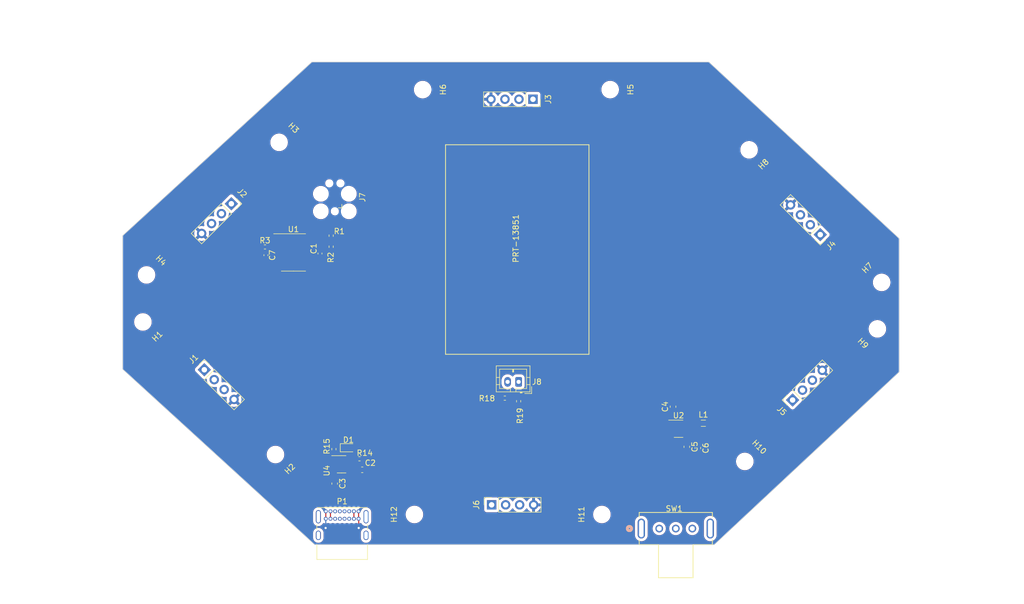
<source format=kicad_pcb>
(kicad_pcb (version 20240108) (generator "pcbnew") (generator_version "8.0")
  (layers (0 "F.Cu" signal) (31 "B.Cu" signal) (34 "B.Paste" user) (35 "F.Paste" user) (36 "B.SilkS" user "B.Silkscreen") (37 "F.SilkS" user "F.Silkscreen") (38 "B.Mask" user) (39 "F.Mask" user) (44 "Edge.Cuts" user))
  (net 0 "")
  (net 1 "VCC")
  (net 2 "GND")
  (net 3 "VBUS")
  (net 4 "/Power/VBAT")
  (net 5 "/SCL")
  (net 6 "/SDA")
  (net 9 "/MCU/SWDCLK")
  (net 10 "/MCU/SWDIO")
  (net 16 "Net-(R3-Pad2)")
  (net 26 "/Power/V_DISPLAY")
  (net 27 "/MCU/DNC_SPI_CLK")
  (net 28 "/Display/DISPLAY_DIN")
  (net 29 "Net-(R14-Pad1)")
  (net 30 "Net-(R15-Pad1)")
  (net 31 "Net-(D1-Pad1)")
  (net 33 "Net-(L1-Pad1)")
  (net 35 "Net-(J8-Pad1)")
  (net 36 "Net-(J8-Pad2)")
  (footprint "MountingHole:MountingHole_2.7mm" (layer "F.Cu") (at 209.56066 99.669087 135)
    (property "Reference" "H9" (at 0 -3.7 135) (layer "F.SilkS"))
    (property "Value" "MountingHole")
    (pad "" np_thru_hole circle (at 0 0 135) (size 2.7 2.7) (drill 2.7) (layers "*.Cu" "*.Mask"))
  )
  (footprint "" (layer "F.Cu") (at 100.404699 122.459572 45)
    (property "Reference" "" (at 0 0 45) (layer "F.SilkS") (effects (font (size 1.27 1.27))))
    (property "Value" "" (at 0 0 45) (layer "F.SilkS") (effects (font (size 1.27 1.27))))
    (pad "" np_thru_hole circle (at 0 0 45) (size 2.5 2.5) (drill 2.5) (layers "*.Cu" "*.Mask"))
  )
  (footprint "Inductor_SMD:L_0805_2012Metric" (layer "F.Cu") (at 178 116.78)
    (property "Reference" "L1" (at 0 -1.55 0) (layer "F.SilkS"))
    (property "Value" "10u")
    (fp_line (start -0.399622 -0.56) (end 0.399622 -0.56) (stroke (width 0.12)) (layer "F.SilkS"))
    (fp_line (start -0.399622 0.56) (end 0.399622 0.56) (stroke (width 0.12)) (layer "F.SilkS"))
    (pad "1" smd roundrect (at -1.0625 0) (size 0.875 1.2) (layers "F.Cu" "F.Paste" "F.Mask") (net 33 "Net-(L1-Pad1)"))
    (pad "2" smd roundrect (at 1.0625 0) (size 0.875 1.2) (layers "F.Cu" "F.Paste" "F.Mask") (net 1 "VCC"))
  )
  (footprint "Connector:Tag-Connect_TC2030-IDC-FP_2x03_P1.27mm_Vertical" (layer "F.Cu") (at 111.17 75.81 90)
    (property "Reference" "J7" (at 0 5 90) (layer "F.SilkS"))
    (property "Value" "TAG_CONNECT")
    (fp_line (start -1.27 1.27) (end -1.905 1.27) (stroke (width 0.12)) (layer "F.SilkS"))
    (fp_line (start -1.905 1.27) (end -1.905 0.635) (stroke (width 0.12)) (layer "F.SilkS"))
    (pad "" np_thru_hole circle (at -2.54 -2.54 90) (size 2.3749 2.3749) (drill 2.3749) (layers "*.Cu" "*.Mask"))
    (pad "" np_thru_hole circle (at -2.54 0 90) (size 0.9906 0.9906) (drill 0.9906) (layers "*.Cu" "*.Mask"))
    (pad "" np_thru_hole circle (at -2.54 2.54 90) (size 2.3749 2.3749) (drill 2.3749) (layers "*.Cu" "*.Mask"))
    (pad "" np_thru_hole circle (at 0.635 -2.54 90) (size 2.3749 2.3749) (drill 2.3749) (layers "*.Cu" "*.Mask"))
    (pad "" np_thru_hole circle (at 0.635 2.54 90) (size 2.3749 2.3749) (drill 2.3749) (layers "*.Cu" "*.Mask"))
    (pad "" np_thru_hole circle (at 2.54 -1.016 90) (size 0.9906 0.9906) (drill 0.9906) (layers "*.Cu" "*.Mask"))
    (pad "" np_thru_hole circle (at 2.54 1.016 90) (size 0.9906 0.9906) (drill 0.9906) (layers "*.Cu" "*.Mask"))
    (pad "1" connect circle (at -1.27 0.635 90) (size 0.7874 0.7874) (layers "F.Cu" "F.Mask") (net 1 "VCC"))
    (pad "2" connect circle (at -1.27 -0.635 90) (size 0.7874 0.7874) (layers "F.Cu" "F.Mask"))
    (pad "3" connect circle (at 0 0.635 90) (size 0.7874 0.7874) (layers "F.Cu" "F.Mask") (net 2 "GND"))
    (pad "4" connect circle (at 0 -0.635 90) (size 0.7874 0.7874) (layers "F.Cu" "F.Mask"))
    (pad "5" connect circle (at 1.27 0.635 90) (size 0.7874 0.7874) (layers "F.Cu" "F.Mask") (net 9 "/MCU/SWDCLK"))
    (pad "6" connect circle (at 1.27 -0.635 90) (size 0.7874 0.7874) (layers "F.Cu" "F.Mask") (net 10 "/MCU/SWDIO"))
    (zone (net 0) (net_name "") (layer "F.Cu") (connect_pads (clearance 0)) (min_thickness 0.254)
      (keepout (tracks allowed) (vias not_allowed) (pads allowed) (copperpour not_allowed) (footprints not_allowed))
      (fill (thermal_gap 0.508) (thermal_bridge_width 0.508))
      (polygon (pts (xy 110.535 74.54) (xy 110.535 77.08) (xy 111.805 77.08) (xy 111.805 74.54)))
    )
  )
  (footprint "MountingHole:MountingHole_2.7mm" (layer "F.Cu") (at 127.1 56.280001 -90)
    (property "Reference" "H6" (at 0 -3.7 -90) (layer "F.SilkS"))
    (property "Value" "MountingHole")
    (pad "" np_thru_hole circle (at 0 0 270) (size 2.7 2.7) (drill 2.7) (layers "*.Cu" "*.Mask"))
  )
  (footprint "Resistor_SMD:R_0402_1005Metric" (layer "F.Cu") (at 111 121.48 90)
    (property "Reference" "R15" (at 0.5 -1.2875 90) (layer "F.SilkS"))
    (property "Value" "2k")
    (fp_line (start -0.153641 -0.38) (end 0.153641 -0.38) (stroke (width 0.12)) (layer "F.SilkS"))
    (fp_line (start -0.153641 0.38) (end 0.153641 0.38) (stroke (width 0.12)) (layer "F.SilkS"))
    (pad "1" smd roundrect (at -0.51 0 90) (size 0.54 0.64) (layers "F.Cu" "F.Paste" "F.Mask") (net 30 "Net-(R15-Pad1)"))
    (pad "2" smd roundrect (at 0.51 0 90) (size 0.54 0.64) (layers "F.Cu" "F.Paste" "F.Mask") (net 31 "Net-(D1-Pad1)"))
  )
  (footprint "MountingHole:MountingHole_2.7mm" (layer "F.Cu") (at 185.519029 123.710718 -45)
    (property "Reference" "H10" (at 0 -3.7 -45) (layer "F.SilkS"))
    (property "Value" "MountingHole")
    (pad "" np_thru_hole circle (at 0 0 315) (size 2.7 2.7) (drill 2.7) (layers "*.Cu" "*.Mask"))
  )
  (footprint "MountingHole:MountingHole_2.7mm" (layer "F.Cu") (at 186.295301 67.200428 -135)
    (property "Reference" "H8" (at 0 -3.7 -135) (layer "F.SilkS"))
    (property "Value" "MountingHole")
    (pad "" np_thru_hole circle (at 0 0 225) (size 2.7 2.7) (drill 2.7) (layers "*.Cu" "*.Mask"))
  )
  (footprint "MountingHole:MountingHole_2.7mm" (layer "F.Cu") (at 101.062059 65.843068 -45)
    (property "Reference" "H3" (at 0 -3.7 -45) (layer "F.SilkS"))
    (property "Value" "MountingHole")
    (pad "" np_thru_hole circle (at 0 0 315) (size 2.7 2.7) (drill 2.7) (layers "*.Cu" "*.Mask"))
  )
  (footprint "Package_TO_SOT_SMD:SOT-23-5" (layer "F.Cu") (at 112.3875 124.23)
    (property "Reference" "U4" (at -2.6875 1.15 90) (layer "F.SilkS"))
    (property "Value" "MCP73832-2-OT")
    (fp_line (start 0 -1.56) (end -1.8 -1.56) (stroke (width 0.12)) (layer "F.SilkS"))
    (fp_line (start 0 -1.56) (end 0.8 -1.56) (stroke (width 0.12)) (layer "F.SilkS"))
    (fp_line (start 0 1.56) (end -0.8 1.56) (stroke (width 0.12)) (layer "F.SilkS"))
    (fp_line (start 0 1.56) (end 0.8 1.56) (stroke (width 0.12)) (layer "F.SilkS"))
    (pad "1" smd roundrect (at -1.1375 -0.95) (size 1.325 0.6) (layers "F.Cu" "F.Paste" "F.Mask") (net 30 "Net-(R15-Pad1)"))
    (pad "2" smd roundrect (at -1.1375 0) (size 1.325 0.6) (layers "F.Cu" "F.Paste" "F.Mask") (net 2 "GND"))
    (pad "3" smd roundrect (at -1.1375 0.95) (size 1.325 0.6) (layers "F.Cu" "F.Paste" "F.Mask") (net 4 "/Power/VBAT"))
    (pad "4" smd roundrect (at 1.1375 0.95) (size 1.325 0.6) (layers "F.Cu" "F.Paste" "F.Mask") (net 3 "VBUS"))
    (pad "5" smd roundrect (at 1.1375 -0.95) (size 1.325 0.6) (layers "F.Cu" "F.Paste" "F.Mask") (net 29 "Net-(R14-Pad1)"))
  )
  (footprint "Connector_PinSocket_2.54mm:PinSocket_1x04_P2.54mm_Vertical" (layer "F.Cu") (at 87.5 107.08 45)
    (property "Reference" "J1" (at 0 -2.77 45) (layer "F.SilkS"))
    (property "Value" "Conn_01x04_Male")
    (fp_line (start 0 -1.33) (end 1.33 -1.33) (stroke (width 0.12)) (layer "F.SilkS"))
    (fp_line (start -1.33 1.270001) (end 1.33 1.270001) (stroke (width 0.12)) (layer "F.SilkS"))
    (fp_line (start -1.33 1.270001) (end -1.33 8.95) (stroke (width 0.12)) (layer "F.SilkS"))
    (fp_line (start 1.33 -1.33) (end 1.33 0) (stroke (width 0.12)) (layer "F.SilkS"))
    (fp_line (start 1.33 1.270001) (end 1.33 8.95) (stroke (width 0.12)) (layer "F.SilkS"))
    (fp_line (start -1.33 8.95) (end 1.33 8.95) (stroke (width 0.12)) (layer "F.SilkS"))
    (pad "1" thru_hole rect (at 0 0 45) (size 1.7 1.7) (drill 1) (layers "*.Cu" "*.Mask") (net 1 "VCC"))
    (pad "2" thru_hole oval (at 0 2.54 45) (size 1.7 1.7) (drill 1) (layers "*.Cu" "*.Mask") (net 5 "/SCL"))
    (pad "3" thru_hole oval (at 0 5.079999 45) (size 1.7 1.7) (drill 1) (layers "*.Cu" "*.Mask") (net 6 "/SDA"))
    (pad "4" thru_hole oval (at 0 7.62 45) (size 1.7 1.7) (drill 1) (layers "*.Cu" "*.Mask") (net 2 "GND"))
  )
  (footprint "LED_SMD:LED_0603_1608Metric" (layer "F.Cu") (at 113.6375 121.23)
    (property "Reference" "D1" (at 0 -1.43 0) (layer "F.SilkS"))
    (property "Value" "LED")
    (fp_line (start -1.485 -0.735) (end -1.485 0.735) (stroke (width 0.12)) (layer "F.SilkS"))
    (fp_line (start -1.485 0.735) (end 0.8 0.735) (stroke (width 0.12)) (layer "F.SilkS"))
    (fp_line (start 0.8 -0.735) (end -1.485 -0.735) (stroke (width 0.12)) (layer "F.SilkS"))
    (pad "1" smd roundrect (at -0.7875 0) (size 0.875 0.95) (layers "F.Cu" "F.Paste" "F.Mask") (net 31 "Net-(D1-Pad1)"))
    (pad "2" smd roundrect (at 0.7875 0) (size 0.875 0.95) (layers "F.Cu" "F.Paste" "F.Mask") (net 3 "VBUS"))
  )
  (footprint "Resistor_SMD:R_0402_1005Metric" (layer "F.Cu") (at 110.5 82.77 -90)
    (property "Reference" "R1" (at -0.794874 -1.483351 0) (layer "F.SilkS"))
    (property "Value" "4.7k")
    (fp_line (start -0.153641 0.38) (end 0.153641 0.38) (stroke (width 0.12)) (layer "F.SilkS"))
    (fp_line (start -0.153641 -0.38) (end 0.153641 -0.38) (stroke (width 0.12)) (layer "F.SilkS"))
    (pad "1" smd roundrect (at -0.51 0 270) (size 0.54 0.64) (layers "F.Cu" "F.Paste" "F.Mask") (net 1 "VCC"))
    (pad "2" smd roundrect (at 0.51 0 270) (size 0.54 0.64) (layers "F.Cu" "F.Paste" "F.Mask") (net 6 "/SDA"))
  )
  (footprint "" (layer "F.Cu") (at 210.336932 91.242059 -135)
    (property "Reference" "" (at 0 0 45) (layer "F.SilkS") (effects (font (size 1.27 1.27))))
    (property "Value" "" (at 0 0 45) (layer "F.SilkS") (effects (font (size 1.27 1.27))))
    (pad "" np_thru_hole circle (at 0 0 225) (size 2.5 2.5) (drill 2.5) (layers "*.Cu" "*.Mask"))
  )
  (footprint "" (layer "F.Cu") (at 127.1 56.280001 -90)
    (property "Reference" "" (at 0 0 90) (layer "F.SilkS") (effects (font (size 1.27 1.27))))
    (property "Value" "" (at 0 0 90) (layer "F.SilkS") (effects (font (size 1.27 1.27))))
    (pad "" np_thru_hole circle (at 0 0 270) (size 2.5 2.5) (drill 2.5) (layers "*.Cu" "*.Mask"))
  )
  (footprint "MountingHole:MountingHole_2.7mm" (layer "F.Cu") (at 161.100001 56.280001 -90)
    (property "Reference" "H5" (at 0 -3.7 -90) (layer "F.SilkS"))
    (property "Value" "MountingHole")
    (pad "" np_thru_hole circle (at 0 0 270) (size 2.7 2.7) (drill 2.7) (layers "*.Cu" "*.Mask"))
  )
  (footprint "Connector_JST:JST_PH_B2B-PH-K_1x02_P2.00mm_Vertical" (layer "F.Cu") (at 144.5 109.28 180)
    (property "Reference" "J8" (at -3.3 0 0) (layer "F.SilkS"))
    (property "Value" "Conn_01x02_Male")
    (fp_line (start 4.06 2.91) (end 4.06 -1.81) (stroke (width 0.12)) (layer "F.SilkS"))
    (fp_line (start 4.06 0.8) (end 3.45 0.8) (stroke (width 0.12)) (layer "F.SilkS"))
    (fp_line (start 4.06 -0.5) (end 3.45 -0.5) (stroke (width 0.12)) (layer "F.SilkS"))
    (fp_line (start 4.06 -1.81) (end -2.06 -1.81) (stroke (width 0.12)) (layer "F.SilkS"))
    (fp_line (start 3.45 2.3) (end 3.45 -1.2) (stroke (width 0.12)) (layer "F.SilkS"))
    (fp_line (start 3.45 -1.2) (end 1.5 -1.2) (stroke (width 0.12)) (layer "F.SilkS"))
    (fp_line (start 1.5 -1.2) (end 1.5 -1.81) (stroke (width 0.12)) (layer "F.SilkS"))
    (fp_line (start 1.1 1.8) (end 1.1 2.3) (stroke (width 0.12)) (layer "F.SilkS"))
    (fp_line (start 1 2.3) (end 1 1.8) (stroke (width 0.12)) (layer "F.SilkS"))
    (fp_line (start 0.9 2.3) (end 0.9 1.8) (stroke (width 0.12)) (layer "F.SilkS"))
    (fp_line (start 0.9 1.8) (end 1.1 1.8) (stroke (width 0.12)) (layer "F.SilkS"))
    (fp_line (start 0.5 -1.2) (end -1.45 -1.2) (stroke (width 0.12)) (layer "F.SilkS"))
    (fp_line (start 0.5 -1.81) (end 0.5 -1.2) (stroke (width 0.12)) (layer "F.SilkS"))
    (fp_line (start -0.3 -1.81) (end -0.3 -2.01) (stroke (width 0.12)) (layer "F.SilkS"))
    (fp_line (start -0.3 -1.91) (end -0.6 -1.91) (stroke (width 0.12)) (layer "F.SilkS"))
    (fp_line (start -0.3 -2.01) (end -0.6 -2.01) (stroke (width 0.12)) (layer "F.SilkS"))
    (fp_line (start -0.6 -2.01) (end -0.6 -1.81) (stroke (width 0.12)) (layer "F.SilkS"))
    (fp_line (start -1.11 -2.11) (end -2.36 -2.11) (stroke (width 0.12)) (layer "F.SilkS"))
    (fp_line (start -1.45 2.3) (end 3.45 2.3) (stroke (width 0.12)) (layer "F.SilkS"))
    (fp_line (start -1.45 -1.2) (end -1.45 2.3) (stroke (width 0.12)) (layer "F.SilkS"))
    (fp_line (start -2.06 2.91) (end 4.06 2.91) (stroke (width 0.12)) (layer "F.SilkS"))
    (fp_line (start -2.06 0.8) (end -1.45 0.8) (stroke (width 0.12)) (layer "F.SilkS"))
    (fp_line (start -2.06 -0.5) (end -1.45 -0.5) (stroke (width 0.12)) (layer "F.SilkS"))
    (fp_line (start -2.06 -1.81) (end -2.06 2.91) (stroke (width 0.12)) (layer "F.SilkS"))
    (fp_line (start -2.36 -2.11) (end -2.36 -0.86) (stroke (width 0.12)) (layer "F.SilkS"))
    (pad "1" thru_hole roundrect (at 0 0 180) (size 1.2 1.75) (drill 0.75) (layers "*.Cu" "*.Mask") (roundrect_rratio 0.208333) (net 35 "Net-(J8-Pad1)"))
    (pad "2" thru_hole oval (at 2 0 180) (size 1.2 1.75) (drill 0.75) (layers "*.Cu" "*.Mask") (net 36 "Net-(J8-Pad2)"))
  )
  (footprint "MountingHole:MountingHole_2.7mm" (layer "F.Cu") (at 76.363068 98.417941 -135)
    (property "Reference" "H1" (at 0 -3.7 -135) (layer "F.SilkS"))
    (property "Value" "MountingHole")
    (pad "" np_thru_hole circle (at 0 0 225) (size 2.7 2.7) (drill 2.7) (layers "*.Cu" "*.Mask"))
  )
  (footprint "Connector_PinSocket_2.54mm:PinSocket_1x04_P2.54mm_Vertical" (layer "F.Cu") (at 92.4 76.98 -45)
    (property "Reference" "J2" (at 0 -2.77 135) (layer "F.SilkS"))
    (property "Value" "Conn_01x04_Male")
    (fp_line (start -1.33 8.95) (end 1.33 8.95) (stroke (width 0.12)) (layer "F.SilkS"))
    (fp_line (start -1.33 1.270001) (end -1.33 8.95) (stroke (width 0.12)) (layer "F.SilkS"))
    (fp_line (start -1.33 1.270001) (end 1.33 1.270001) (stroke (width 0.12)) (layer "F.SilkS"))
    (fp_line (start 1.33 1.270001) (end 1.33 8.95) (stroke (width 0.12)) (layer "F.SilkS"))
    (fp_line (start 0 -1.33) (end 1.33 -1.33) (stroke (width 0.12)) (layer "F.SilkS"))
    (fp_line (start 1.33 -1.33) (end 1.33 0) (stroke (width 0.12)) (layer "F.SilkS"))
    (pad "1" thru_hole rect (at 0 0 315) (size 1.7 1.7) (drill 1) (layers "*.Cu" "*.Mask") (net 1 "VCC"))
    (pad "2" thru_hole oval (at 0 2.54 315) (size 1.7 1.7) (drill 1) (layers "*.Cu" "*.Mask") (net 5 "/SCL"))
    (pad "3" thru_hole oval (at 0 5.079999 315) (size 1.7 1.7) (drill 1) (layers "*.Cu" "*.Mask") (net 6 "/SDA"))
    (pad "4" thru_hole oval (at 0 7.62 315) (size 1.7 1.7) (drill 1) (layers "*.Cu" "*.Mask") (net 2 "GND"))
  )
  (footprint "MountingHole:MountingHole_2.7mm" (layer "F.Cu") (at 100.404699 122.459572 -135)
    (property "Reference" "H2" (at 0 -3.7 -135) (layer "F.SilkS"))
    (property "Value" "MountingHole")
    (pad "" np_thru_hole circle (at 0 0 225) (size 2.7 2.7) (drill 2.7) (layers "*.Cu" "*.Mask"))
  )
  (footprint "Capacitor_SMD:C_0603_1608Metric" (layer "F.Cu") (at 175 121.055 -90)
    (property "Reference" "C5" (at 0 -1.43 90) (layer "F.SilkS"))
    (property "Value" "4.7u")
    (fp_line (start -0.14058 0.51) (end 0.14058 0.51) (stroke (width 0.12)) (layer "F.SilkS"))
    (fp_line (start -0.14058 -0.51) (end 0.14058 -0.51) (stroke (width 0.12)) (layer "F.SilkS"))
    (pad "1" smd roundrect (at -0.775 0 270) (size 0.9 0.95) (layers "F.Cu" "F.Paste" "F.Mask") (net 1 "VCC"))
    (pad "2" smd roundrect (at 0.775 0 270) (size 0.9 0.95) (layers "F.Cu" "F.Paste" "F.Mask") (net 2 "GND"))
  )
  (footprint "Library:EG1206A_EWI" (layer "F.Cu") (at 170 135.88)
    (property "Reference" "SW1" (at 2.7 -3.6 0) (layer "F.SilkS"))
    (property "Value" "EG1206A")
    (fp_circle (center -5.407401 0) (end -5.026401 0) (stroke (width 0.508)) (fill none) (layer "B.SilkS"))
    (fp_line (start -3.629401 -2.921) (end -3.629401 -2.060814) (stroke (width 0.1524)) (layer "F.SilkS"))
    (fp_line (start -3.629401 2.060814) (end -3.629401 2.921) (stroke (width 0.1524)) (layer "F.SilkS"))
    (fp_line (start -3.629401 2.921) (end -0.129601 2.921) (stroke (width 0.1524)) (layer "F.SilkS"))
    (fp_line (start -0.129601 2.921) (end -0.129601 8.9154) (stroke (width 0.1524)) (layer "F.SilkS"))
    (fp_line (start -0.129601 8.9154) (end 6.129599 8.9154) (stroke (width 0.1524)) (layer "F.SilkS"))
    (fp_line (start 6.129599 2.921) (end 9.629399 2.921) (stroke (width 0.1524)) (layer "F.SilkS"))
    (fp_line (start 6.129599 8.9154) (end 6.129599 2.921) (stroke (width 0.1524)) (layer "F.SilkS"))
    (fp_line (start 9.629399 -2.921) (end -3.629401 -2.921) (stroke (width 0.1524)) (layer "F.SilkS"))
    (fp_line (start 9.629399 -2.060814) (end 9.629399 -2.921) (stroke (width 0.1524)) (layer "F.SilkS"))
    (fp_line (start 9.629399 2.921) (end 9.629399 2.060814) (stroke (width 0.1524)) (layer "F.SilkS"))
    (fp_circle (center -5.407401 0) (end -5.026401 0) (stroke (width 0.508)) (fill none) (layer "F.SilkS"))
    (pad "" np_thru_hole circle (at -3.250001 1.143) (size 0.8128 0.8128) (drill 0.8128) (layers "*.Cu" "*.Mask"))
    (pad "" np_thru_hole circle (at 9.249999 -1.143) (size 0.8128 0.8128) (drill 0.8128) (layers "*.Cu" "*.Mask"))
    (pad "" np_thru_hole circle (at 9.249999 1.143) (size 0.8128 0.8128) (drill 0.8128) (layers "*.Cu" "*.Mask"))
    (pad "1" thru_hole circle (at 0 0) (size 1.397 1.397) (drill 0.889) (layers "*.Cu" "*.Mask") (net 4 "/Power/VBAT"))
    (pad "2" thru_hole circle (at 2.999999 0) (size 1.397 1.397) (drill 0.889) (layers "*.Cu" "*.Mask") (net 26 "/Power/V_DISPLAY"))
    (pad "3" thru_hole circle (at 5.999998 0) (size 1.397 1.397) (drill 0.889) (layers "*.Cu" "*.Mask"))
    (pad "4" thru_hole oval (at -3.250001 0) (size 1.3208 3.6068) (drill oval 0.8128 3.1) (layers "*.Cu" "*.Mask"))
    (pad "5" thru_hole oval (at 9.249999 0) (size 1.3208 3.6068) (drill oval 0.8128 3.1) (layers "*.Cu" "*.Mask"))
  )
  (footprint "Resistor_SMD:R_0402_1005Metric" (layer "F.Cu") (at 144.5 112.79 -90)
    (property "Reference" "R19" (at 2.65 -0.25 90) (layer "F.SilkS"))
    (property "Value" "0")
    (fp_line (start -0.153641 0.38) (end 0.153641 0.38) (stroke (width 0.12)) (layer "F.SilkS"))
    (fp_line (start -0.153641 -0.38) (end 0.153641 -0.38) (stroke (width 0.12)) (layer "F.SilkS"))
    (pad "1" smd roundrect (at -0.51 0 270) (size 0.54 0.64) (layers "F.Cu" "F.Paste" "F.Mask") (net 35 "Net-(J8-Pad1)"))
    (pad "2" smd roundrect (at 0.51 0 270) (size 0.54 0.64) (layers "F.Cu" "F.Paste" "F.Mask") (net 4 "/Power/VBAT"))
  )
  (footprint "Resistor_SMD:R_0402_1005Metric" (layer "F.Cu") (at 142 112.23)
    (property "Reference" "R18" (at -3.25 0.05 0) (layer "F.SilkS"))
    (property "Value" "0")
    (fp_line (start -0.153641 -0.38) (end 0.153641 -0.38) (stroke (width 0.12)) (layer "F.SilkS"))
    (fp_line (start -0.153641 0.38) (end 0.153641 0.38) (stroke (width 0.12)) (layer "F.SilkS"))
    (pad "1" smd roundrect (at -0.51 0) (size 0.54 0.64) (layers "F.Cu" "F.Paste" "F.Mask") (net 2 "GND"))
    (pad "2" smd roundrect (at 0.51 0) (size 0.54 0.64) (layers "F.Cu" "F.Paste" "F.Mask") (net 36 "Net-(J8-Pad2)"))
  )
  (footprint "Resistor_SMD:R_0402_1005Metric" (layer "F.Cu") (at 98.5 84.81)
    (property "Reference" "R3" (at 0 -1.17 0) (layer "F.SilkS"))
    (property "Value" "10k")
    (fp_line (start -0.153641 -0.38) (end 0.153641 -0.38) (stroke (width 0.12)) (layer "F.SilkS"))
    (fp_line (start -0.153641 0.38) (end 0.153641 0.38) (stroke (width 0.12)) (layer "F.SilkS"))
    (pad "1" smd roundrect (at -0.51 0) (size 0.54 0.64) (layers "F.Cu" "F.Paste" "F.Mask") (net 1 "VCC"))
    (pad "2" smd roundrect (at 0.51 0) (size 0.54 0.64) (layers "F.Cu" "F.Paste" "F.Mask") (net 16 "Net-(R3-Pad2)"))
  )
  (footprint "Capacitor_SMD:C_0603_1608Metric" (layer "F.Cu") (at 111.1375 127.73 -90)
    (property "Reference" "C3" (at 0 -1.43 90) (layer "F.SilkS"))
    (property "Value" "4.7u")
    (fp_line (start -0.14058 0.51) (end 0.14058 0.51) (stroke (width 0.12)) (layer "F.SilkS"))
    (fp_line (start -0.14058 -0.51) (end 0.14058 -0.51) (stroke (width 0.12)) (layer "F.SilkS"))
    (pad "1" smd roundrect (at -0.775 0 270) (size 0.9 0.95) (layers "F.Cu" "F.Paste" "F.Mask") (net 4 "/Power/VBAT"))
    (pad "2" smd roundrect (at 0.775 0 270) (size 0.9 0.95) (layers "F.Cu" "F.Paste" "F.Mask") (net 2 "GND"))
  )
  (footprint "" (layer "F.Cu") (at 185.519029 123.710718 135)
    (property "Reference" "" (at 0 0 135) (layer "F.SilkS") (effects (font (size 1.27 1.27))))
    (property "Value" "" (at 0 0 135) (layer "F.SilkS") (effects (font (size 1.27 1.27))))
    (pad "" np_thru_hole circle (at 0 0 135) (size 2.5 2.5) (drill 2.5) (layers "*.Cu" "*.Mask"))
  )
  (footprint "Connector_PinSocket_2.54mm:PinSocket_1x04_P2.54mm_Vertical" (layer "F.Cu") (at 199.2 82.58 -135)
    (property "Reference" "J4" (at 0 -2.77 45) (layer "F.SilkS"))
    (property "Value" "Conn_01x04_Male")
    (fp_line (start -1.33 8.95) (end 1.33 8.95) (stroke (width 0.12)) (layer "F.SilkS"))
    (fp_line (start 1.33 1.270001) (end 1.33 8.95) (stroke (width 0.12)) (layer "F.SilkS"))
    (fp_line (start 1.33 -1.33) (end 1.33 0) (stroke (width 0.12)) (layer "F.SilkS"))
    (fp_line (start -1.33 1.270001) (end -1.33 8.95) (stroke (width 0.12)) (layer "F.SilkS"))
    (fp_line (start -1.33 1.270001) (end 1.33 1.270001) (stroke (width 0.12)) (layer "F.SilkS"))
    (fp_line (start 0 -1.33) (end 1.33 -1.33) (stroke (width 0.12)) (layer "F.SilkS"))
    (pad "1" thru_hole rect (at 0 0 225) (size 1.7 1.7) (drill 1) (layers "*.Cu" "*.Mask") (net 1 "VCC"))
    (pad "2" thru_hole oval (at 0 2.54 225) (size 1.7 1.7) (drill 1) (layers "*.Cu" "*.Mask") (net 5 "/SCL"))
    (pad "3" thru_hole oval (at 0 5.079999 225) (size 1.7 1.7) (drill 1) (layers "*.Cu" "*.Mask") (net 6 "/SDA"))
    (pad "4" thru_hole oval (at 0 7.62 225) (size 1.7 1.7) (drill 1) (layers "*.Cu" "*.Mask") (net 2 "GND"))
  )
  (footprint "Package_TO_SOT_SMD:TSOT-23-5" (layer "F.Cu") (at 173.5 117.78)
    (property "Reference" "U2" (at 0 -2.4 0) (layer "F.SilkS"))
    (property "Value" "LM3670MF-3.3")
    (fp_line (start 0 -1.56) (end -1.8 -1.56) (stroke (width 0.12)) (layer "F.SilkS"))
    (fp_line (start 0 -1.56) (end 0.8 -1.56) (stroke (width 0.12)) (layer "F.SilkS"))
    (fp_line (start 0 1.56) (end -0.8 1.56) (stroke (width 0.12)) (layer "F.SilkS"))
    (fp_line (start 0 1.56) (end 0.8 1.56) (stroke (width 0.12)) (layer "F.SilkS"))
    (pad "1" smd roundrect (at -1.1375 -0.95) (size 1.325 0.6) (layers "F.Cu" "F.Paste" "F.Mask") (net 26 "/Power/V_DISPLAY"))
    (pad "2" smd roundrect (at -1.1375 0) (size 1.325 0.6) (layers "F.Cu" "F.Paste" "F.Mask") (net 2 "GND"))
    (pad "3" smd roundrect (at -1.1375 0.95) (size 1.325 0.6) (layers "F.Cu" "F.Paste" "F.Mask") (net 26 "/Power/V_DISPLAY"))
    (pad "4" smd roundrect (at 1.1375 0.95) (size 1.325 0.6) (layers "F.Cu" "F.Paste" "F.Mask") (net 1 "VCC"))
    (pad "5" smd roundrect (at 1.1375 -0.95) (size 1.325 0.6) (layers "F.Cu" "F.Paste" "F.Mask") (net 33 "Net-(L1-Pad1)"))
  )
  (footprint "Package_SO:TSSOP-20_4.4x6.5mm_P0.65mm" (layer "F.Cu") (at 103.67 85.81)
    (property "Reference" "U1" (at 0 -4.2 0) (layer "F.SilkS"))
    (property "Value" "STM32F030F4Px")
    (fp_line (start 0 -3.385) (end -3.6 -3.385) (stroke (width 0.12)) (layer "F.SilkS"))
    (fp_line (start 0 -3.385) (end 2.2 -3.385) (stroke (width 0.12)) (layer "F.SilkS"))
    (fp_line (start 0 3.385) (end -2.2 3.385) (stroke (width 0.12)) (layer "F.SilkS"))
    (fp_line (start 0 3.385) (end 2.2 3.385) (stroke (width 0.12)) (layer "F.SilkS"))
    (pad "1" smd roundrect (at -2.8625 -2.925) (size 1.475 0.4) (layers "F.Cu" "F.Paste" "F.Mask"))
    (pad "2" smd roundrect (at -2.8625 -2.275) (size 1.475 0.4) (layers "F.Cu" "F.Paste" "F.Mask"))
    (pad "3" smd roundrect (at -2.8625 -1.625) (size 1.475 0.4) (layers "F.Cu" "F.Paste" "F.Mask"))
    (pad "4" smd roundrect (at -2.8625 -0.975) (size 1.475 0.4) (layers "F.Cu" "F.Paste" "F.Mask") (net 16 "Net-(R3-Pad2)"))
    (pad "5" smd roundrect (at -2.8625 -0.325) (size 1.475 0.4) (layers "F.Cu" "F.Paste" "F.Mask") (net 1 "VCC"))
    (pad "6" smd roundrect (at -2.8625 0.325) (size 1.475 0.4) (layers "F.Cu" "F.Paste" "F.Mask"))
    (pad "7" smd roundrect (at -2.8625 0.975) (size 1.475 0.4) (layers "F.Cu" "F.Paste" "F.Mask"))
    (pad "8" smd roundrect (at -2.8625 1.625) (size 1.475 0.4) (layers "F.Cu" "F.Paste" "F.Mask"))
    (pad "9" smd roundrect (at -2.8625 2.275) (size 1.475 0.4) (layers "F.Cu" "F.Paste" "F.Mask"))
    (pad "10" smd roundrect (at -2.8625 2.925) (size 1.475 0.4) (layers "F.Cu" "F.Paste" "F.Mask"))
    (pad "11" smd roundrect (at 2.8625 2.925) (size 1.475 0.4) (layers "F.Cu" "F.Paste" "F.Mask") (net 27 "/MCU/DNC_SPI_CLK"))
    (pad "12" smd roundrect (at 2.8625 2.275) (size 1.475 0.4) (layers "F.Cu" "F.Paste" "F.Mask"))
    (pad "13" smd roundrect (at 2.8625 1.625) (size 1.475 0.4) (layers "F.Cu" "F.Paste" "F.Mask") (net 28 "/Display/DISPLAY_DIN"))
    (pad "14" smd roundrect (at 2.8625 0.975) (size 1.475 0.4) (layers "F.Cu" "F.Paste" "F.Mask"))
    (pad "15" smd roundrect (at 2.8625 0.325) (size 1.475 0.4) (layers "F.Cu" "F.Paste" "F.Mask") (net 2 "GND"))
    (pad "16" smd roundrect (at 2.8625 -0.325) (size 1.475 0.4) (layers "F.Cu" "F.Paste" "F.Mask") (net 1 "VCC"))
    (pad "17" smd roundrect (at 2.8625 -0.975) (size 1.475 0.4) (layers "F.Cu" "F.Paste" "F.Mask") (net 5 "/SCL"))
    (pad "18" smd roundrect (at 2.8625 -1.625) (size 1.475 0.4) (layers "F.Cu" "F.Paste" "F.Mask") (net 6 "/SDA"))
    (pad "19" smd roundrect (at 2.8625 -2.275) (size 1.475 0.4) (layers "F.Cu" "F.Paste" "F.Mask") (net 10 "/MCU/SWDIO"))
    (pad "20" smd roundrect (at 2.8625 -2.925) (size 1.475 0.4) (layers "F.Cu" "F.Paste" "F.Mask") (net 9 "/MCU/SWDCLK"))
  )
  (footprint "" (layer "F.Cu") (at 161.100001 56.280001 -90)
    (property "Reference" "" (at 0 0 90) (layer "F.SilkS") (effects (font (size 1.27 1.27))))
    (property "Value" "" (at 0 0 90) (layer "F.SilkS") (effects (font (size 1.27 1.27))))
    (pad "" np_thru_hole circle (at 0 0 270) (size 2.5 2.5) (drill 2.5) (layers "*.Cu" "*.Mask"))
  )
  (footprint "MountingHole:MountingHole_2.7mm" (layer "F.Cu") (at 159.6 133.329999 90)
    (property "Reference" "H11" (at 0 -3.7 90) (layer "F.SilkS"))
    (property "Value" "MountingHole")
    (pad "" np_thru_hole circle (at 0 0 90) (size 2.7 2.7) (drill 2.7) (layers "*.Cu" "*.Mask"))
  )
  (footprint "" (layer "F.Cu") (at 125.599999 133.329999 90)
    (property "Reference" "" (at 0 0 90) (layer "F.SilkS") (effects (font (size 1.27 1.27))))
    (property "Value" "" (at 0 0 90) (layer "F.SilkS") (effects (font (size 1.27 1.27))))
    (pad "" np_thru_hole circle (at 0 0 90) (size 2.5 2.5) (drill 2.5) (layers "*.Cu" "*.Mask"))
  )
  (footprint "MountingHole:MountingHole_2.7mm" (layer "F.Cu") (at 125.599999 133.329999 90)
    (property "Reference" "H12" (at 0 -3.7 90) (layer "F.SilkS"))
    (property "Value" "MountingHole")
    (pad "" np_thru_hole circle (at 0 0 90) (size 2.7 2.7) (drill 2.7) (layers "*.Cu" "*.Mask"))
  )
  (footprint "MountingHole:MountingHole_2.7mm" (layer "F.Cu") (at 77.020428 89.884699 -45)
    (property "Reference" "H4" (at 0 -3.7 -45) (layer "F.SilkS"))
    (property "Value" "MountingHole")
    (pad "" np_thru_hole circle (at 0 0 315) (size 2.7 2.7) (drill 2.7) (layers "*.Cu" "*.Mask"))
  )
  (footprint "Capacitor_SMD:C_0603_1608Metric" (layer "F.Cu") (at 172.5 113.78 90)
    (property "Reference" "C4" (at 0 -1.43 90) (layer "F.SilkS"))
    (property "Value" "4.7u")
    (fp_line (start -0.14058 -0.51) (end 0.14058 -0.51) (stroke (width 0.12)) (layer "F.SilkS"))
    (fp_line (start -0.14058 0.51) (end 0.14058 0.51) (stroke (width 0.12)) (layer "F.SilkS"))
    (pad "1" smd roundrect (at -0.775 0 90) (size 0.9 0.95) (layers "F.Cu" "F.Paste" "F.Mask") (net 26 "/Power/V_DISPLAY"))
    (pad "2" smd roundrect (at 0.775 0 90) (size 0.9 0.95) (layers "F.Cu" "F.Paste" "F.Mask") (net 2 "GND"))
  )
  (footprint "" (layer "F.Cu") (at 209.56066 99.669087 135)
    (property "Reference" "" (at 0 0 135) (layer "F.SilkS") (effects (font (size 1.27 1.27))))
    (property "Value" "" (at 0 0 135) (layer "F.SilkS") (effects (font (size 1.27 1.27))))
    (pad "" np_thru_hole circle (at 0 0 135) (size 2.5 2.5) (drill 2.5) (layers "*.Cu" "*.Mask"))
  )
  (footprint "" (layer "F.Cu") (at 101.062059 65.843068 -45)
    (property "Reference" "" (at 0 0 135) (layer "F.SilkS") (effects (font (size 1.27 1.27))))
    (property "Value" "" (at 0 0 135) (layer "F.SilkS") (effects (font (size 1.27 1.27))))
    (pad "" np_thru_hole circle (at 0 0 315) (size 2.5 2.5) (drill 2.5) (layers "*.Cu" "*.Mask"))
  )
  (footprint "Capacitor_SMD:C_0402_1005Metric" (layer "F.Cu") (at 98.67 86.31 -90)
    (property "Reference" "C7" (at 0 -1.16 90) (layer "F.SilkS"))
    (property "Value" "0.1u")
    (fp_line (start -0.107836 0.36) (end 0.107836 0.36) (stroke (width 0.12)) (layer "F.SilkS"))
    (fp_line (start -0.107836 -0.36) (end 0.107836 -0.36) (stroke (width 0.12)) (layer "F.SilkS"))
    (pad "1" smd roundrect (at -0.48 0 270) (size 0.56 0.62) (layers "F.Cu" "F.Paste" "F.Mask") (net 1 "VCC"))
    (pad "2" smd roundrect (at 0.48 0 270) (size 0.56 0.62) (layers "F.Cu" "F.Paste" "F.Mask") (net 2 "GND"))
  )
  (footprint "Capacitor_SMD:C_0603_1608Metric" (layer "F.Cu") (at 116.1375 125.23)
    (property "Reference" "C2" (at 1.4625 -1.25 0) (layer "F.SilkS"))
    (property "Value" "4.7u")
    (fp_line (start -0.14058 -0.51) (end 0.14058 -0.51) (stroke (width 0.12)) (layer "F.SilkS"))
    (fp_line (start -0.14058 0.51) (end 0.14058 0.51) (stroke (width 0.12)) (layer "F.SilkS"))
    (pad "1" smd roundrect (at -0.775 0) (size 0.9 0.95) (layers "F.Cu" "F.Paste" "F.Mask") (net 3 "VBUS"))
    (pad "2" smd roundrect (at 0.775 0) (size 0.9 0.95) (layers "F.Cu" "F.Paste" "F.Mask") (net 2 "GND"))
  )
  (footprint "Connector_USB:USB_C_Receptacle_GCT_USB4085" (layer "F.Cu") (at 109.525 132.755)
    (property "Reference" "P1" (at 2.975 -1.8 0) (layer "F.SilkS"))
    (property "Value" "USB_C_Plug_USB2.0")
    (fp_line (start -1.62 2.4) (end -1.62 3.3) (stroke (width 0.12)) (layer "F.SilkS"))
    (fp_line (start -1.62 6) (end -1.62 8.73) (stroke (width 0.12)) (layer "F.SilkS"))
    (fp_line (start -1.62 8.73) (end 7.57 8.73) (stroke (width 0.12)) (layer "F.SilkS"))
    (fp_line (start -1.5 -0.68) (end 7.45 -0.68) (stroke (width 0.12)) (layer "F.SilkS"))
    (fp_line (start 7.57 2.4) (end 7.57 3.3) (stroke (width 0.12)) (layer "F.SilkS"))
    (fp_line (start 7.57 6) (end 7.57 8.73) (stroke (width 0.12)) (layer "F.SilkS"))
    (pad "A1" thru_hole circle (at 0 0) (size 0.7 0.7) (drill 0.4) (layers "*.Cu" "*.Mask") (net 2 "GND"))
    (pad "A4" thru_hole circle (at 0.85 0) (size 0.7 0.7) (drill 0.4) (layers "*.Cu" "*.Mask") (net 3 "VBUS"))
    (pad "A5" thru_hole circle (at 1.7 0) (size 0.7 0.7) (drill 0.4) (layers "*.Cu" "*.Mask"))
    (pad "A6" thru_hole circle (at 2.55 0) (size 0.7 0.7) (drill 0.4) (layers "*.Cu" "*.Mask"))
    (pad "A7" thru_hole circle (at 3.4 0) (size 0.7 0.7) (drill 0.4) (layers "*.Cu" "*.Mask"))
    (pad "A8" thru_hole circle (at 4.25 0) (size 0.7 0.7) (drill 0.4) (layers "*.Cu" "*.Mask"))
    (pad "A9" thru_hole circle (at 5.1 0) (size 0.7 0.7) (drill 0.4) (layers "*.Cu" "*.Mask") (net 3 "VBUS"))
    (pad "A12" thru_hole circle (at 5.95 0) (size 0.7 0.7) (drill 0.4) (layers "*.Cu" "*.Mask") (net 2 "GND"))
    (pad "B1" thru_hole circle (at 5.95 1.35) (size 0.7 0.7) (drill 0.4) (layers "*.Cu" "*.Mask") (net 2 "GND"))
    (pad "B4" thru_hole circle (at 5.1 1.35) (size 0.7 0.7) (drill 0.4) (layers "*.Cu" "*.Mask") (net 3 "VBUS"))
    (pad "B5" thru_hole circle (at 4.25 1.35) (size 0.7 0.7) (drill 0.4) (layers "*.Cu" "*.Mask"))
    (pad "B6" thru_hole circle (at 3.4 1.35) (size 0.7 0.7) (drill 0.4) (layers "*.Cu" "*.Mask"))
    (pad "B7" thru_hole circle (at 2.55 1.35) (size 0.7 0.7) (drill 0.4) (layers "*.Cu" "*.Mask"))
    (pad "B8" thru_hole circle (at 1.7 1.35) (size 0.7 0.7) (drill 0.4) (layers "*.Cu" "*.Mask"))
    (pad "B9" thru_hole circle (at 0.85 1.35) (size 0.7 0.7) (drill 0.4) (layers "*.Cu" "*.Mask") (net 3 "VBUS"))
    (pad "B12" thru_hole circle (at 0 1.35) (size 0.7 0.7) (drill 0.4) (layers "*.Cu" "*.Mask") (net 2 "GND"))
    (pad "S1" thru_hole oval (at -1.35 0.98) (size 0.9 2.4) (drill oval 0.6 2.1) (layers "*.Cu" "*.Mask"))
    (pad "S1" thru_hole oval (at -1.35 4.36) (size 0.9 1.7) (drill oval 0.6 1.4) (layers "*.Cu" "*.Mask"))
    (pad "S1" thru_hole oval (at 7.3 0.98) (size 0.9 2.4) (drill oval 0.6 2.1) (layers "*.Cu" "*.Mask"))
    (pad "S1" thru_hole oval (at 7.3 4.36) (size 0.9 1.7) (drill oval 0.6 1.4) (layers "*.Cu" "*.Mask"))
  )
  (footprint "Capacitor_SMD:C_0603_1608Metric" (layer "F.Cu") (at 177 121.28 -90)
    (property "Reference" "C6" (at 0 -1.43 90) (layer "F.SilkS"))
    (property "Value" "4.7u")
    (fp_line (start -0.14058 0.51) (end 0.14058 0.51) (stroke (width 0.12)) (layer "F.SilkS"))
    (fp_line (start -0.14058 -0.51) (end 0.14058 -0.51) (stroke (width 0.12)) (layer "F.SilkS"))
    (pad "1" smd roundrect (at -0.775 0 270) (size 0.9 0.95) (layers "F.Cu" "F.Paste" "F.Mask") (net 1 "VCC"))
    (pad "2" smd roundrect (at 0.775 0 270) (size 0.9 0.95) (layers "F.Cu" "F.Paste" "F.Mask") (net 2 "GND"))
  )
  (footprint "Resistor_SMD:R_0402_1005Metric" (layer "F.Cu") (at 110.5 84.77 90)
    (property "Reference" "R2" (at -1.9533 -0.066789 90) (layer "F.SilkS"))
    (property "Value" "4.7k")
    (fp_line (start -0.153641 -0.38) (end 0.153641 -0.38) (stroke (width 0.12)) (layer "F.SilkS"))
    (fp_line (start -0.153641 0.38) (end 0.153641 0.38) (stroke (width 0.12)) (layer "F.SilkS"))
    (pad "1" smd roundrect (at -0.51 0 90) (size 0.54 0.64) (layers "F.Cu" "F.Paste" "F.Mask") (net 1 "VCC"))
    (pad "2" smd roundrect (at 0.51 0 90) (size 0.54 0.64) (layers "F.Cu" "F.Paste" "F.Mask") (net 5 "/SCL"))
  )
  (footprint "Connector_PinSocket_2.54mm:PinSocket_1x04_P2.54mm_Vertical" (layer "F.Cu") (at 147.1 58.03 -90)
    (property "Reference" "J3" (at 0 -2.77 90) (layer "F.SilkS"))
    (property "Value" "Conn_01x04_Male")
    (fp_line (start -1.33 8.95) (end 1.33 8.95) (stroke (width 0.12)) (layer "F.SilkS"))
    (fp_line (start -1.33 1.27) (end -1.33 8.95) (stroke (width 0.12)) (layer "F.SilkS"))
    (fp_line (start -1.33 1.27) (end 1.33 1.27) (stroke (width 0.12)) (layer "F.SilkS"))
    (fp_line (start 1.33 1.27) (end 1.33 8.95) (stroke (width 0.12)) (layer "F.SilkS"))
    (fp_line (start 0 -1.33) (end 1.33 -1.33) (stroke (width 0.12)) (layer "F.SilkS"))
    (fp_line (start 1.33 -1.33) (end 1.33 0) (stroke (width 0.12)) (layer "F.SilkS"))
    (pad "1" thru_hole rect (at 0 0 270) (size 1.7 1.7) (drill 1) (layers "*.Cu" "*.Mask") (net 1 "VCC"))
    (pad "2" thru_hole oval (at 0 2.54 270) (size 1.7 1.7) (drill 1) (layers "*.Cu" "*.Mask") (net 5 "/SCL"))
    (pad "3" thru_hole oval (at 0 5.08 270) (size 1.7 1.7) (drill 1) (layers "*.Cu" "*.Mask") (net 6 "/SDA"))
    (pad "4" thru_hole oval (at 0 7.62 270) (size 1.7 1.7) (drill 1) (layers "*.Cu" "*.Mask") (net 2 "GND"))
  )
  (footprint "Connector_PinSocket_2.54mm:PinSocket_1x04_P2.54mm_Vertical" (layer "F.Cu") (at 194.181088 112.573786 135)
    (property "Reference" "J5" (at 0 -2.77 135) (layer "F.SilkS"))
    (property "Value" "Conn_01x04_Male")
    (fp_line (start 1.33 -1.33) (end 1.33 0) (stroke (width 0.12)) (layer "F.SilkS"))
    (fp_line (start 0 -1.33) (end 1.33 -1.33) (stroke (width 0.12)) (layer "F.SilkS"))
    (fp_line (start 1.33 1.270001) (end 1.33 8.95) (stroke (width 0.12)) (layer "F.SilkS"))
    (fp_line (start -1.33 1.270001) (end 1.33 1.270001) (stroke (width 0.12)) (layer "F.SilkS"))
    (fp_line (start -1.33 1.270001) (end -1.33 8.95) (stroke (width 0.12)) (layer "F.SilkS"))
    (fp_line (start -1.33 8.95) (end 1.33 8.95) (stroke (width 0.12)) (layer "F.SilkS"))
    (pad "1" thru_hole rect (at 0 0 135) (size 1.7 1.7) (drill 1) (layers "*.Cu" "*.Mask") (net 1 "VCC"))
    (pad "2" thru_hole oval (at 0 2.54 135) (size 1.7 1.7) (drill 1) (layers "*.Cu" "*.Mask") (net 5 "/SCL"))
    (pad "3" thru_hole oval (at 0 5.079999 135) (size 1.7 1.7) (drill 1) (layers "*.Cu" "*.Mask") (net 6 "/SDA"))
    (pad "4" thru_hole oval (at 0 7.62 135) (size 1.7 1.7) (drill 1) (layers "*.Cu" "*.Mask") (net 2 "GND"))
  )
  (footprint "Connector_PinSocket_2.54mm:PinSocket_1x04_P2.54mm_Vertical" (layer "F.Cu") (at 139.6 131.58 90)
    (property "Reference" "J6" (at 0 -2.77 90) (layer "F.SilkS"))
    (property "Value" "Conn_01x04_Male")
    (fp_line (start 1.33 -1.33) (end 1.33 0) (stroke (width 0.12)) (layer "F.SilkS"))
    (fp_line (start 0 -1.33) (end 1.33 -1.33) (stroke (width 0.12)) (layer "F.SilkS"))
    (fp_line (start 1.33 1.27) (end 1.33 8.95) (stroke (width 0.12)) (layer "F.SilkS"))
    (fp_line (start -1.33 1.27) (end 1.33 1.27) (stroke (width 0.12)) (layer "F.SilkS"))
    (fp_line (start -1.33 1.27) (end -1.33 8.95) (stroke (width 0.12)) (layer "F.SilkS"))
    (fp_line (start -1.33 8.95) (end 1.33 8.95) (stroke (width 0.12)) (layer "F.SilkS"))
    (pad "1" thru_hole rect (at 0 0 90) (size 1.7 1.7) (drill 1) (layers "*.Cu" "*.Mask") (net 1 "VCC"))
    (pad "2" thru_hole oval (at 0 2.54 90) (size 1.7 1.7) (drill 1) (layers "*.Cu" "*.Mask") (net 5 "/SCL"))
    (pad "3" thru_hole oval (at 0 5.08 90) (size 1.7 1.7) (drill 1) (layers "*.Cu" "*.Mask") (net 6 "/SDA"))
    (pad "4" thru_hole oval (at 0 7.62 90) (size 1.7 1.7) (drill 1) (layers "*.Cu" "*.Mask") (net 2 "GND"))
  )
  (footprint "MountingHole:MountingHole_2.7mm" (layer "F.Cu") (at 210.336932 91.242059 45)
    (property "Reference" "H7" (at 0 -3.7 45) (layer "F.SilkS"))
    (property "Value" "MountingHole")
    (pad "" np_thru_hole circle (at 0 0 45) (size 2.7 2.7) (drill 2.7) (layers "*.Cu" "*.Mask"))
  )
  (footprint "Resistor_SMD:R_0402_1005Metric" (layer "F.Cu") (at 115.6375 123.23)
    (property "Reference" "R14" (at 0.9625 -1.05 0) (layer "F.SilkS"))
    (property "Value" "10k")
    (fp_line (start -0.153641 -0.38) (end 0.153641 -0.38) (stroke (width 0.12)) (layer "F.SilkS"))
    (fp_line (start -0.153641 0.38) (end 0.153641 0.38) (stroke (width 0.12)) (layer "F.SilkS"))
    (pad "1" smd roundrect (at -0.51 0) (size 0.54 0.64) (layers "F.Cu" "F.Paste" "F.Mask") (net 29 "Net-(R14-Pad1)"))
    (pad "2" smd roundrect (at 0.51 0) (size 0.54 0.64) (layers "F.Cu" "F.Paste" "F.Mask") (net 2 "GND"))
  )
  (footprint "Capacitor_SMD:C_0402_1005Metric" (layer "F.Cu") (at 108.475 86.005 -90)
    (property "Reference" "C1" (at -0.889949 1.138377 90) (layer "F.SilkS"))
    (property "Value" "0.1u")
    (fp_line (start -0.107836 0.36) (end 0.107836 0.36) (stroke (width 0.12)) (layer "F.SilkS"))
    (fp_line (start -0.107836 -0.36) (end 0.107836 -0.36) (stroke (width 0.12)) (layer "F.SilkS"))
    (pad "1" smd roundrect (at -0.48 0 270) (size 0.56 0.62) (layers "F.Cu" "F.Paste" "F.Mask") (net 1 "VCC"))
    (pad "2" smd roundrect (at 0.48 0 270) (size 0.56 0.62) (layers "F.Cu" "F.Paste" "F.Mask") (net 2 "GND"))
  )
  (gr_line (start 157.25 104.28) (end 131.25 104.28) (stroke (width 0.15)) (layer "F.SilkS"))
  (gr_line (start 131.25 66.28) (end 131.25 104.28) (stroke (width 0.15)) (layer "F.SilkS"))
  (gr_line (start 157.25 66.28) (end 157.25 104.28) (stroke (width 0.15)) (layer "F.SilkS"))
  (gr_line (start 131.25 66.28) (end 157.25 66.28) (stroke (width 0.15)) (layer "F.SilkS"))
  (gr_line (start 72.7 82.76) (end 72.7 106.98) (stroke (width 0.1)) (layer "Edge.Cuts"))
  (gr_line (start 107 51.28) (end 179 51.28) (stroke (width 0.1)) (layer "Edge.Cuts"))
  (gr_line (start 107.5 138.78) (end 72.7 106.98) (stroke (width 0.1)) (layer "Edge.Cuts"))
  (gr_line (start 213.5 107.49) (end 180 138.78) (stroke (width 0.1)) (layer "Edge.Cuts"))
  (gr_line (start 72.7 82.76) (end 107 51.28) (stroke (width 0.1)) (layer "Edge.Cuts"))
  (gr_line (start 179 51.28) (end 213.5 83.27) (stroke (width 0.1)) (layer "Edge.Cuts"))
  (gr_line (start 180 138.78) (end 107.5 138.78) (stroke (width 0.1)) (layer "Edge.Cuts"))
  (gr_line (start 213.5 107.49) (end 213.5 83.27) (stroke (width 0.1)) (layer "Edge.Cuts"))
  (gr_text "PRT-13851" (at 144 83.28 90) (layer "F.SilkS") (effects (font (size 1 1))))
  (segment (start 111.805 77.585) (end 112 77.78) (width 0.2) (layer "F.Cu") (net 1))
  (segment (start 112 77.78) (end 112 79.28) (width 0.2) (layer "F.Cu") (net 1))
  (segment (start 111.805 77.08) (end 111.805 77.585) (width 0.2) (layer "F.Cu") (net 1))
  (segment (start 112.775 76.78) (end 114.5 76.78) (width 0.2) (layer "F.Cu") (net 2))
  (segment (start 109.525 132.755) (end 109.525 134.105) (width 0.2) (layer "F.Cu") (net 2))
  (segment (start 115.5 135.78) (end 115.5 134.13) (width 0.2) (layer "F.Cu") (net 2))
  (segment (start 115.5 134.13) (end 115.475 134.105) (width 0.2) (layer "F.Cu") (net 2))
  (segment (start 115.475 132.755) (end 115.475 134.105) (width 0.2) (layer "F.Cu") (net 2))
  (segment (start 111.805 75.81) (end 112.775 76.78) (width 0.2) (layer "F.Cu") (net 2))
  (via (at 115.5 135.78) (size 0.8) (drill 0.4) (layers "F.Cu" "B.Cu") (net 2))
  (via (at 109.5 135.78) (size 0.8) (drill 0.4) (layers "F.Cu" "B.Cu") (net 2))
  (segment (start 109.525 134.105) (end 109.525 135.755) (width 0.2) (layer "B.Cu") (net 2))
  (segment (start 109.525 135.755) (end 109.5 135.78) (width 0.2) (layer "B.Cu") (net 2))
  (segment (start 114.625 134.105) (end 114.625 132.755) (width 0.2) (layer "F.Cu") (net 3))
  (segment (start 110.375 132.755) (end 110.375 134.105) (width 0.2) (layer "F.Cu") (net 3))
  (segment (start 111.805 74.54) (end 112.165 74.54) (width 0.2) (layer "F.Cu") (net 9))
  (segment (start 112.165 74.54) (end 113.25 73.455) (width 0.2) (layer "F.Cu") (net 9))
  (segment (start 110.535 74.54) (end 111.15 73.925) (width 0.2) (layer "F.Cu") (net 10))
  (segment (start 111.15 73.925) (end 111.15 72.68) (width 0.2) (layer "F.Cu") (net 10))
  (zone (net 2) (net_name "GND") (layer "F.Cu") (connect_pads (clearance 0.508)) (min_thickness 0.254) (fill yes (thermal_gap 0.508) (thermal_bridge_width 0.508))
    (polygon (pts (xy 213.5 83.28) (xy 213.5 107.48) (xy 180 138.78) (xy 107.5 138.78) (xy 72.7 106.98) (xy 72.7 82.78) (xy 107 51.28) (xy 179 51.28)))
  )
  (zone (net 2) (net_name "GND") (layer "B.Cu") (connect_pads (clearance 0.508)) (min_thickness 0.254) (fill yes (thermal_gap 0.508) (thermal_bridge_width 0.508))
    (polygon (pts (xy 213.5 83.28) (xy 213.5 107.48) (xy 180 138.78) (xy 107.5 138.78) (xy 72.7 106.98) (xy 72.7 82.78) (xy 107 51.28) (xy 179 51.28)))
  )
)
</source>
